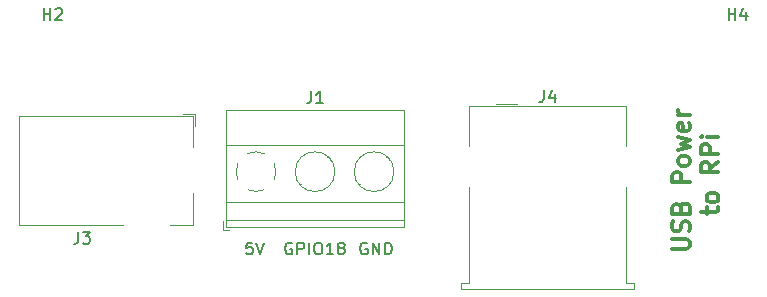
<source format=gbr>
%TF.GenerationSoftware,KiCad,Pcbnew,(5.99.0-11450-g1c1f7ac07e)*%
%TF.CreationDate,2021-09-18T13:42:06-03:00*%
%TF.ProjectId,LedHAt,4c656448-4174-42e6-9b69-6361645f7063,rev?*%
%TF.SameCoordinates,Original*%
%TF.FileFunction,Legend,Top*%
%TF.FilePolarity,Positive*%
%FSLAX46Y46*%
G04 Gerber Fmt 4.6, Leading zero omitted, Abs format (unit mm)*
G04 Created by KiCad (PCBNEW (5.99.0-11450-g1c1f7ac07e)) date 2021-09-18 13:42:06*
%MOMM*%
%LPD*%
G01*
G04 APERTURE LIST*
%ADD10C,0.150000*%
%ADD11C,0.300000*%
%ADD12C,0.120000*%
G04 APERTURE END LIST*
D10*
X50114295Y-39352600D02*
X50019057Y-39304980D01*
X49876200Y-39304980D01*
X49733342Y-39352600D01*
X49638104Y-39447838D01*
X49590485Y-39543076D01*
X49542866Y-39733552D01*
X49542866Y-39876409D01*
X49590485Y-40066885D01*
X49638104Y-40162123D01*
X49733342Y-40257361D01*
X49876200Y-40304980D01*
X49971438Y-40304980D01*
X50114295Y-40257361D01*
X50161914Y-40209742D01*
X50161914Y-39876409D01*
X49971438Y-39876409D01*
X50590485Y-40304980D02*
X50590485Y-39304980D01*
X51161914Y-40304980D01*
X51161914Y-39304980D01*
X51638104Y-40304980D02*
X51638104Y-39304980D01*
X51876200Y-39304980D01*
X52019057Y-39352600D01*
X52114295Y-39447838D01*
X52161914Y-39543076D01*
X52209533Y-39733552D01*
X52209533Y-39876409D01*
X52161914Y-40066885D01*
X52114295Y-40162123D01*
X52019057Y-40257361D01*
X51876200Y-40304980D01*
X51638104Y-40304980D01*
D11*
X75951071Y-39857142D02*
X77165357Y-39857142D01*
X77308214Y-39785714D01*
X77379642Y-39714285D01*
X77451071Y-39571428D01*
X77451071Y-39285714D01*
X77379642Y-39142857D01*
X77308214Y-39071428D01*
X77165357Y-39000000D01*
X75951071Y-39000000D01*
X77379642Y-38357142D02*
X77451071Y-38142857D01*
X77451071Y-37785714D01*
X77379642Y-37642857D01*
X77308214Y-37571428D01*
X77165357Y-37500000D01*
X77022500Y-37500000D01*
X76879642Y-37571428D01*
X76808214Y-37642857D01*
X76736785Y-37785714D01*
X76665357Y-38071428D01*
X76593928Y-38214285D01*
X76522500Y-38285714D01*
X76379642Y-38357142D01*
X76236785Y-38357142D01*
X76093928Y-38285714D01*
X76022500Y-38214285D01*
X75951071Y-38071428D01*
X75951071Y-37714285D01*
X76022500Y-37500000D01*
X76665357Y-36357142D02*
X76736785Y-36142857D01*
X76808214Y-36071428D01*
X76951071Y-36000000D01*
X77165357Y-36000000D01*
X77308214Y-36071428D01*
X77379642Y-36142857D01*
X77451071Y-36285714D01*
X77451071Y-36857142D01*
X75951071Y-36857142D01*
X75951071Y-36357142D01*
X76022500Y-36214285D01*
X76093928Y-36142857D01*
X76236785Y-36071428D01*
X76379642Y-36071428D01*
X76522500Y-36142857D01*
X76593928Y-36214285D01*
X76665357Y-36357142D01*
X76665357Y-36857142D01*
X77451071Y-34214285D02*
X75951071Y-34214285D01*
X75951071Y-33642857D01*
X76022500Y-33500000D01*
X76093928Y-33428571D01*
X76236785Y-33357142D01*
X76451071Y-33357142D01*
X76593928Y-33428571D01*
X76665357Y-33500000D01*
X76736785Y-33642857D01*
X76736785Y-34214285D01*
X77451071Y-32500000D02*
X77379642Y-32642857D01*
X77308214Y-32714285D01*
X77165357Y-32785714D01*
X76736785Y-32785714D01*
X76593928Y-32714285D01*
X76522500Y-32642857D01*
X76451071Y-32500000D01*
X76451071Y-32285714D01*
X76522500Y-32142857D01*
X76593928Y-32071428D01*
X76736785Y-32000000D01*
X77165357Y-32000000D01*
X77308214Y-32071428D01*
X77379642Y-32142857D01*
X77451071Y-32285714D01*
X77451071Y-32500000D01*
X76451071Y-31500000D02*
X77451071Y-31214285D01*
X76736785Y-30928571D01*
X77451071Y-30642857D01*
X76451071Y-30357142D01*
X77379642Y-29214285D02*
X77451071Y-29357142D01*
X77451071Y-29642857D01*
X77379642Y-29785714D01*
X77236785Y-29857142D01*
X76665357Y-29857142D01*
X76522500Y-29785714D01*
X76451071Y-29642857D01*
X76451071Y-29357142D01*
X76522500Y-29214285D01*
X76665357Y-29142857D01*
X76808214Y-29142857D01*
X76951071Y-29857142D01*
X77451071Y-28500000D02*
X76451071Y-28500000D01*
X76736785Y-28500000D02*
X76593928Y-28428571D01*
X76522500Y-28357142D01*
X76451071Y-28214285D01*
X76451071Y-28071428D01*
X78866071Y-36892857D02*
X78866071Y-36321428D01*
X78366071Y-36678571D02*
X79651785Y-36678571D01*
X79794642Y-36607142D01*
X79866071Y-36464285D01*
X79866071Y-36321428D01*
X79866071Y-35607142D02*
X79794642Y-35750000D01*
X79723214Y-35821428D01*
X79580357Y-35892857D01*
X79151785Y-35892857D01*
X79008928Y-35821428D01*
X78937500Y-35750000D01*
X78866071Y-35607142D01*
X78866071Y-35392857D01*
X78937500Y-35250000D01*
X79008928Y-35178571D01*
X79151785Y-35107142D01*
X79580357Y-35107142D01*
X79723214Y-35178571D01*
X79794642Y-35250000D01*
X79866071Y-35392857D01*
X79866071Y-35607142D01*
X79866071Y-32464285D02*
X79151785Y-32964285D01*
X79866071Y-33321428D02*
X78366071Y-33321428D01*
X78366071Y-32750000D01*
X78437500Y-32607142D01*
X78508928Y-32535714D01*
X78651785Y-32464285D01*
X78866071Y-32464285D01*
X79008928Y-32535714D01*
X79080357Y-32607142D01*
X79151785Y-32750000D01*
X79151785Y-33321428D01*
X79866071Y-31821428D02*
X78366071Y-31821428D01*
X78366071Y-31250000D01*
X78437500Y-31107142D01*
X78508928Y-31035714D01*
X78651785Y-30964285D01*
X78866071Y-30964285D01*
X79008928Y-31035714D01*
X79080357Y-31107142D01*
X79151785Y-31250000D01*
X79151785Y-31821428D01*
X79866071Y-30321428D02*
X78866071Y-30321428D01*
X78366071Y-30321428D02*
X78437500Y-30392857D01*
X78508928Y-30321428D01*
X78437500Y-30250000D01*
X78366071Y-30321428D01*
X78508928Y-30321428D01*
D10*
X43742219Y-39352600D02*
X43646980Y-39304980D01*
X43504123Y-39304980D01*
X43361266Y-39352600D01*
X43266028Y-39447838D01*
X43218409Y-39543076D01*
X43170790Y-39733552D01*
X43170790Y-39876409D01*
X43218409Y-40066885D01*
X43266028Y-40162123D01*
X43361266Y-40257361D01*
X43504123Y-40304980D01*
X43599361Y-40304980D01*
X43742219Y-40257361D01*
X43789838Y-40209742D01*
X43789838Y-39876409D01*
X43599361Y-39876409D01*
X44218409Y-40304980D02*
X44218409Y-39304980D01*
X44599361Y-39304980D01*
X44694600Y-39352600D01*
X44742219Y-39400219D01*
X44789838Y-39495457D01*
X44789838Y-39638314D01*
X44742219Y-39733552D01*
X44694600Y-39781171D01*
X44599361Y-39828790D01*
X44218409Y-39828790D01*
X45218409Y-40304980D02*
X45218409Y-39304980D01*
X45885076Y-39304980D02*
X46075552Y-39304980D01*
X46170790Y-39352600D01*
X46266028Y-39447838D01*
X46313647Y-39638314D01*
X46313647Y-39971647D01*
X46266028Y-40162123D01*
X46170790Y-40257361D01*
X46075552Y-40304980D01*
X45885076Y-40304980D01*
X45789838Y-40257361D01*
X45694600Y-40162123D01*
X45646980Y-39971647D01*
X45646980Y-39638314D01*
X45694600Y-39447838D01*
X45789838Y-39352600D01*
X45885076Y-39304980D01*
X47266028Y-40304980D02*
X46694600Y-40304980D01*
X46980314Y-40304980D02*
X46980314Y-39304980D01*
X46885076Y-39447838D01*
X46789838Y-39543076D01*
X46694600Y-39590695D01*
X47837457Y-39733552D02*
X47742219Y-39685933D01*
X47694600Y-39638314D01*
X47646980Y-39543076D01*
X47646980Y-39495457D01*
X47694600Y-39400219D01*
X47742219Y-39352600D01*
X47837457Y-39304980D01*
X48027933Y-39304980D01*
X48123171Y-39352600D01*
X48170790Y-39400219D01*
X48218409Y-39495457D01*
X48218409Y-39543076D01*
X48170790Y-39638314D01*
X48123171Y-39685933D01*
X48027933Y-39733552D01*
X47837457Y-39733552D01*
X47742219Y-39781171D01*
X47694600Y-39828790D01*
X47646980Y-39924028D01*
X47646980Y-40114504D01*
X47694600Y-40209742D01*
X47742219Y-40257361D01*
X47837457Y-40304980D01*
X48027933Y-40304980D01*
X48123171Y-40257361D01*
X48170790Y-40209742D01*
X48218409Y-40114504D01*
X48218409Y-39924028D01*
X48170790Y-39828790D01*
X48123171Y-39781171D01*
X48027933Y-39733552D01*
X40398723Y-39304980D02*
X39922533Y-39304980D01*
X39874914Y-39781171D01*
X39922533Y-39733552D01*
X40017771Y-39685933D01*
X40255866Y-39685933D01*
X40351104Y-39733552D01*
X40398723Y-39781171D01*
X40446342Y-39876409D01*
X40446342Y-40114504D01*
X40398723Y-40209742D01*
X40351104Y-40257361D01*
X40255866Y-40304980D01*
X40017771Y-40304980D01*
X39922533Y-40257361D01*
X39874914Y-40209742D01*
X40732057Y-39304980D02*
X41065390Y-40304980D01*
X41398723Y-39304980D01*
%TO.C,H2*%
X22738095Y-20452380D02*
X22738095Y-19452380D01*
X22738095Y-19928571D02*
X23309523Y-19928571D01*
X23309523Y-20452380D02*
X23309523Y-19452380D01*
X23738095Y-19547619D02*
X23785714Y-19500000D01*
X23880952Y-19452380D01*
X24119047Y-19452380D01*
X24214285Y-19500000D01*
X24261904Y-19547619D01*
X24309523Y-19642857D01*
X24309523Y-19738095D01*
X24261904Y-19880952D01*
X23690476Y-20452380D01*
X24309523Y-20452380D01*
%TO.C,J3*%
X25666666Y-38394880D02*
X25666666Y-39109166D01*
X25619047Y-39252023D01*
X25523809Y-39347261D01*
X25380952Y-39394880D01*
X25285714Y-39394880D01*
X26047619Y-38394880D02*
X26666666Y-38394880D01*
X26333333Y-38775833D01*
X26476190Y-38775833D01*
X26571428Y-38823452D01*
X26619047Y-38871071D01*
X26666666Y-38966309D01*
X26666666Y-39204404D01*
X26619047Y-39299642D01*
X26571428Y-39347261D01*
X26476190Y-39394880D01*
X26190476Y-39394880D01*
X26095238Y-39347261D01*
X26047619Y-39299642D01*
%TO.C,J4*%
X65091866Y-26412180D02*
X65091866Y-27126466D01*
X65044247Y-27269323D01*
X64949009Y-27364561D01*
X64806152Y-27412180D01*
X64710914Y-27412180D01*
X65996628Y-26745514D02*
X65996628Y-27412180D01*
X65758533Y-26364561D02*
X65520438Y-27078847D01*
X66139485Y-27078847D01*
%TO.C,H4*%
X80738095Y-20452380D02*
X80738095Y-19452380D01*
X80738095Y-19928571D02*
X81309523Y-19928571D01*
X81309523Y-20452380D02*
X81309523Y-19452380D01*
X82214285Y-19785714D02*
X82214285Y-20452380D01*
X81976190Y-19404761D02*
X81738095Y-20119047D01*
X82357142Y-20119047D01*
%TO.C,J1*%
X45382866Y-26491780D02*
X45382866Y-27206066D01*
X45335247Y-27348923D01*
X45240009Y-27444161D01*
X45097152Y-27491780D01*
X45001914Y-27491780D01*
X46382866Y-27491780D02*
X45811438Y-27491780D01*
X46097152Y-27491780D02*
X46097152Y-26491780D01*
X46001914Y-26634638D01*
X45906676Y-26729876D01*
X45811438Y-26777495D01*
D12*
%TO.C,J3*%
X29450000Y-37792500D02*
X20650000Y-37792500D01*
X35350000Y-28592500D02*
X35350000Y-31192500D01*
X35350000Y-37792500D02*
X33450000Y-37792500D01*
X20650000Y-28592500D02*
X35350000Y-28592500D01*
X35550000Y-29442500D02*
X35550000Y-28392500D01*
X35350000Y-35092500D02*
X35350000Y-37792500D01*
X20650000Y-37792500D02*
X20650000Y-28592500D01*
X34500000Y-28392500D02*
X35550000Y-28392500D01*
%TO.C,J4*%
X72735200Y-42729800D02*
X72085200Y-42729800D01*
X58765200Y-27769800D02*
X72085200Y-27769800D01*
X72085200Y-27769800D02*
X72085200Y-31099800D01*
X58765200Y-27769800D02*
X58765200Y-31099800D01*
X58115200Y-43249800D02*
X72735200Y-43249800D01*
X58115200Y-42729800D02*
X58115200Y-43249800D01*
X58765200Y-42729800D02*
X58765200Y-34619800D01*
X61025200Y-27549800D02*
X62825200Y-27549800D01*
X58765200Y-42729800D02*
X58115200Y-42729800D01*
X72085200Y-34619800D02*
X72085200Y-42729800D01*
X72735200Y-43249800D02*
X72735200Y-42729800D01*
%TO.C,J1*%
X51991200Y-32230400D02*
X51944200Y-32276400D01*
X53276200Y-28038400D02*
X53276200Y-37959400D01*
X44489200Y-34322400D02*
X44442200Y-34368400D01*
X37916200Y-38199400D02*
X38416200Y-38199400D01*
X38156200Y-37399400D02*
X53276200Y-37399400D01*
X38156200Y-28038400D02*
X38156200Y-37959400D01*
X44682200Y-34538400D02*
X44647200Y-34573400D01*
X46991200Y-32230400D02*
X46944200Y-32276400D01*
X51786200Y-32024400D02*
X51751200Y-32060400D01*
X46786200Y-32024400D02*
X46751200Y-32060400D01*
X49489200Y-34322400D02*
X49442200Y-34368400D01*
X37916200Y-37459400D02*
X37916200Y-38199400D01*
X38156200Y-28038400D02*
X53276200Y-28038400D01*
X38156200Y-37959400D02*
X53276200Y-37959400D01*
X38156200Y-35899400D02*
X53276200Y-35899400D01*
X38156200Y-30998400D02*
X53276200Y-30998400D01*
X49682200Y-34538400D02*
X49647200Y-34573400D01*
X42251626Y-32616358D02*
G75*
G02*
X42251200Y-33983400I-1535426J-683042D01*
G01*
X40033158Y-31763974D02*
G75*
G02*
X41400200Y-31764400I683042J-1535426D01*
G01*
X40745005Y-34979653D02*
G75*
G02*
X40032200Y-34834400I-28805J1680253D01*
G01*
X39180774Y-33982442D02*
G75*
G02*
X39181200Y-32615400I1535426J683042D01*
G01*
X41399518Y-34834156D02*
G75*
G02*
X40716200Y-34979400I-683318J1534756D01*
G01*
X52396200Y-33299400D02*
G75*
G03*
X52396200Y-33299400I-1680000J0D01*
G01*
X47396200Y-33299400D02*
G75*
G03*
X47396200Y-33299400I-1680000J0D01*
G01*
%TD*%
M02*

</source>
